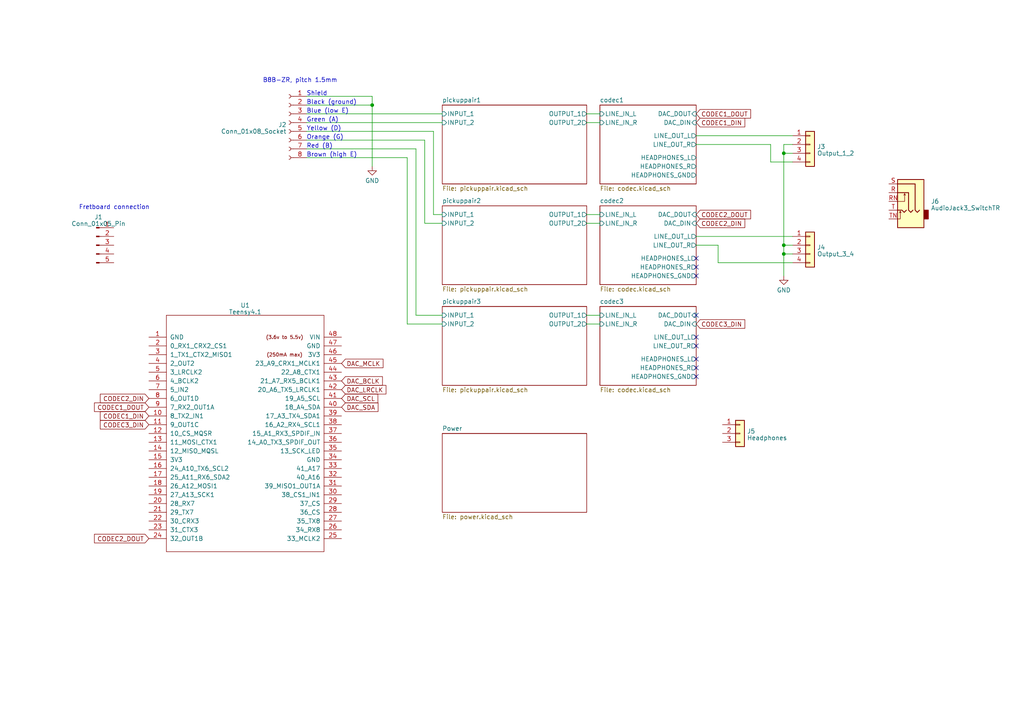
<source format=kicad_sch>
(kicad_sch (version 20230121) (generator eeschema)
  (paper "A4")
  (lib_symbols
    (symbol "Connector:Conn_01x05_Pin" (pin_names (offset 1.016) hide)
      (property "Reference" "J" (at 0 7.62 0))
      (property "Value" "Conn_01x05_Pin" (at 0 -7.62 0))
      (symbol "Conn_01x05_Pin_1_1"
        (polyline (pts (xy 1.27 -5.08) (xy 0.8636 -5.08)) (stroke (width 0.1524)))
        (polyline (pts (xy 1.27 -2.54) (xy 0.8636 -2.54)) (stroke (width 0.1524)))
        (polyline (pts (xy 1.27 0) (xy 0.8636 0)) (stroke (width 0.1524)))
        (polyline (pts (xy 1.27 2.54) (xy 0.8636 2.54)) (stroke (width 0.1524)))
        (polyline (pts (xy 1.27 5.08) (xy 0.8636 5.08)) (stroke (width 0.1524)))
        (rectangle (start 0.8636 -4.953) (end 0 -5.207) (stroke (width 0.1524)) (fill (type outline)))
        (rectangle (start 0.8636 -2.413) (end 0 -2.667) (stroke (width 0.1524)) (fill (type outline)))
        (rectangle (start 0.8636 0.127) (end 0 -0.127) (stroke (width 0.1524)) (fill (type outline)))
        (rectangle (start 0.8636 2.667) (end 0 2.413) (stroke (width 0.1524)) (fill (type outline)))
        (rectangle (start 0.8636 5.207) (end 0 4.953) (stroke (width 0.1524)) (fill (type outline)))
        (pin passive line (at 5.08 5.08 180) (length 3.81) (name "Pin_1") (number "1"))
        (pin passive line (at 5.08 2.54 180) (length 3.81) (name "Pin_2") (number "2"))
        (pin passive line (at 5.08 0 180) (length 3.81) (name "Pin_3") (number "3"))
        (pin passive line (at 5.08 -2.54 180) (length 3.81) (name "Pin_4") (number "4"))
        (pin passive line (at 5.08 -5.08 180) (length 3.81) (name "Pin_5") (number "5"))
      )
    )
    (symbol "Connector:Conn_01x08_Socket" (pin_names (offset 1.016) hide)
      (property "Reference" "J" (at 0 10.16 0))
      (property "Value" "Conn_01x08_Socket" (at 0 -12.7 0))
      (symbol "Conn_01x08_Socket_1_1"
        (arc (start 0 -9.652) (mid -0.5058 -10.16) (end 0 -10.668) (stroke (width 0.1524)))
        (arc (start 0 -7.112) (mid -0.5058 -7.62) (end 0 -8.128) (stroke (width 0.1524)))
        (arc (start 0 -4.572) (mid -0.5058 -5.08) (end 0 -5.588) (stroke (width 0.1524)))
        (arc (start 0 -2.032) (mid -0.5058 -2.54) (end 0 -3.048) (stroke (width 0.1524)))
        (polyline (pts (xy -1.27 -10.16) (xy -0.508 -10.16)) (stroke (width 0.1524)))
        (polyline (pts (xy -1.27 -7.62) (xy -0.508 -7.62)) (stroke (width 0.1524)))
        (polyline (pts (xy -1.27 -5.08) (xy -0.508 -5.08)) (stroke (width 0.1524)))
        (polyline (pts (xy -1.27 -2.54) (xy -0.508 -2.54)) (stroke (width 0.1524)))
        (polyline (pts (xy -1.27 0) (xy -0.508 0)) (stroke (width 0.1524)))
        (polyline (pts (xy -1.27 2.54) (xy -0.508 2.54)) (stroke (width 0.1524)))
        (polyline (pts (xy -1.27 5.08) (xy -0.508 5.08)) (stroke (width 0.1524)))
        (polyline (pts (xy -1.27 7.62) (xy -0.508 7.62)) (stroke (width 0.1524)))
        (arc (start 0 0.508) (mid -0.5058 0) (end 0 -0.508) (stroke (width 0.1524)))
        (arc (start 0 3.048) (mid -0.5058 2.54) (end 0 2.032) (stroke (width 0.1524)))
        (arc (start 0 5.588) (mid -0.5058 5.08) (end 0 4.572) (stroke (width 0.1524)))
        (arc (start 0 8.128) (mid -0.5058 7.62) (end 0 7.112) (stroke (width 0.1524)))
        (pin passive line (at -5.08 7.62 0) (length 3.81) (name "Pin_1") (number "1"))
        (pin passive line (at -5.08 5.08 0) (length 3.81) (name "Pin_2") (number "2"))
        (pin passive line (at -5.08 2.54 0) (length 3.81) (name "Pin_3") (number "3"))
        (pin passive line (at -5.08 0 0) (length 3.81) (name "Pin_4") (number "4"))
        (pin passive line (at -5.08 -2.54 0) (length 3.81) (name "Pin_5") (number "5"))
        (pin passive line (at -5.08 -5.08 0) (length 3.81) (name "Pin_6") (number "6"))
        (pin passive line (at -5.08 -7.62 0) (length 3.81) (name "Pin_7") (number "7"))
        (pin passive line (at -5.08 -10.16 0) (length 3.81) (name "Pin_8") (number "8"))
      )
    )
    (symbol "Connector_Audio:AudioJack3_SwitchTR"
      (property "Reference" "J" (at 0 8.89 0))
      (property "Value" "AudioJack3_SwitchTR" (at 0 6.35 0))
      (symbol "AudioJack3_SwitchTR_0_1"
        (rectangle (start -5.08 -5.08) (end -6.35 -7.62) (stroke (width 0.254)) (fill (type outline)))
        (polyline (pts (xy 0.508 -0.254) (xy 0.762 -0.762)))
        (polyline (pts (xy 1.778 -5.334) (xy 2.032 -5.842)))
        (polyline (pts (xy 0 -5.08) (xy 0.635 -5.715) (xy 1.27 -5.08) (xy 2.54 -5.08)) (stroke (width 0.254)))
        (polyline (pts (xy 2.54 -7.62) (xy 1.778 -7.62) (xy 1.778 -5.334) (xy 1.524 -5.842)))
        (polyline (pts (xy 2.54 -2.54) (xy 0.508 -2.54) (xy 0.508 -0.254) (xy 0.254 -0.762)))
        (polyline (pts (xy -1.905 -5.08) (xy -1.27 -5.715) (xy -0.635 -5.08) (xy -0.635 0) (xy 2.54 0)) (stroke (width 0.254)))
        (polyline (pts (xy 2.54 2.54) (xy -2.54 2.54) (xy -2.54 -5.08) (xy -3.175 -5.715) (xy -3.81 -5.08)) (stroke (width 0.254)))
        (rectangle (start 2.54 3.81) (end -5.08 -10.16) (stroke (width 0.254)) (fill (type background)))
      )
      (symbol "AudioJack3_SwitchTR_1_1"
        (pin passive line (at 5.08 0 180) (length 2.54) (name "~") (number "R"))
        (pin passive line (at 5.08 -2.54 180) (length 2.54) (name "~") (number "RN"))
        (pin passive line (at 5.08 2.54 180) (length 2.54) (name "~") (number "S"))
        (pin passive line (at 5.08 -5.08 180) (length 2.54) (name "~") (number "T"))
        (pin passive line (at 5.08 -7.62 180) (length 2.54) (name "~") (number "TN"))
      )
    )
    (symbol "Connector_Generic:Conn_01x03" (pin_names (offset 1.016) hide)
      (property "Reference" "J" (at 0 5.08 0))
      (property "Value" "Conn_01x03" (at 0 -5.08 0))
      (symbol "Conn_01x03_1_1"
        (rectangle (start -1.27 -2.413) (end 0 -2.667) (stroke (width 0.1524)))
        (rectangle (start -1.27 0.127) (end 0 -0.127) (stroke (width 0.1524)))
        (rectangle (start -1.27 2.667) (end 0 2.413) (stroke (width 0.1524)))
        (rectangle (start -1.27 3.81) (end 1.27 -3.81) (stroke (width 0.254)) (fill (type background)))
        (pin passive line (at -5.08 2.54 0) (length 3.81) (name "Pin_1") (number "1"))
        (pin passive line (at -5.08 0 0) (length 3.81) (name "Pin_2") (number "2"))
        (pin passive line (at -5.08 -2.54 0) (length 3.81) (name "Pin_3") (number "3"))
      )
    )
    (symbol "Connector_Generic:Conn_01x04" (pin_names (offset 1.016) hide)
      (property "Reference" "J" (at 0 5.08 0))
      (property "Value" "Conn_01x04" (at 0 -7.62 0))
      (symbol "Conn_01x04_1_1"
        (rectangle (start -1.27 -4.953) (end 0 -5.207) (stroke (width 0.1524)))
        (rectangle (start -1.27 -2.413) (end 0 -2.667) (stroke (width 0.1524)))
        (rectangle (start -1.27 0.127) (end 0 -0.127) (stroke (width 0.1524)))
        (rectangle (start -1.27 2.667) (end 0 2.413) (stroke (width 0.1524)))
        (rectangle (start -1.27 3.81) (end 1.27 -6.35) (stroke (width 0.254)) (fill (type background)))
        (pin passive line (at -5.08 2.54 0) (length 3.81) (name "Pin_1") (number "1"))
        (pin passive line (at -5.08 0 0) (length 3.81) (name "Pin_2") (number "2"))
        (pin passive line (at -5.08 -2.54 0) (length 3.81) (name "Pin_3") (number "3"))
        (pin passive line (at -5.08 -5.08 0) (length 3.81) (name "Pin_4") (number "4"))
      )
    )
    (symbol "bjarkarbody:Teensy4.1_simplified" (pin_names (offset 1.016))
      (property "Reference" "U" (at 0 64.77 0))
      (property "Value" "Teensy4.1" (at 0 62.23 0))
      (symbol "Teensy4.1_simplified_0_0"
        (text "(250mA max)" (at 11.43 49.53 0) (effects (font (size 1.016 1.016))))
        (text "(3.6v to 5.5v)" (at 11.43 54.61 0) (effects (font (size 1.016 1.016))))
        (pin bidirectional line (at -27.94 31.75 0) (length 5.08) (name "8_TX2_IN1") (number "10"))
        (pin bidirectional line (at -27.94 29.21 0) (length 5.08) (name "9_OUT1C") (number "11"))
        (pin bidirectional line (at -27.94 26.67 0) (length 5.08) (name "10_CS_MQSR") (number "12"))
        (pin bidirectional line (at -27.94 24.13 0) (length 5.08) (name "11_MOSI_CTX1") (number "13"))
        (pin bidirectional line (at -27.94 21.59 0) (length 5.08) (name "12_MISO_MQSL") (number "14"))
        (pin bidirectional line (at -27.94 16.51 0) (length 5.08) (name "24_A10_TX6_SCL2") (number "16"))
        (pin bidirectional line (at -27.94 13.97 0) (length 5.08) (name "25_A11_RX6_SDA2") (number "17"))
        (pin bidirectional line (at -27.94 11.43 0) (length 5.08) (name "26_A12_MOSI1") (number "18"))
        (pin bidirectional line (at -27.94 8.89 0) (length 5.08) (name "27_A13_SCK1") (number "19"))
        (pin bidirectional line (at -27.94 6.35 0) (length 5.08) (name "28_RX7") (number "20"))
        (pin bidirectional line (at -27.94 3.81 0) (length 5.08) (name "29_TX7") (number "21"))
        (pin bidirectional line (at -27.94 1.27 0) (length 5.08) (name "30_CRX3") (number "22"))
        (pin bidirectional line (at -27.94 -1.27 0) (length 5.08) (name "31_CTX3") (number "23"))
        (pin bidirectional line (at -27.94 -3.81 0) (length 5.08) (name "32_OUT1B") (number "24"))
        (pin bidirectional line (at 27.94 -3.81 180) (length 5.08) (name "33_MCLK2") (number "25"))
        (pin bidirectional line (at 27.94 -1.27 180) (length 5.08) (name "34_RX8") (number "26"))
        (pin bidirectional line (at 27.94 1.27 180) (length 5.08) (name "35_TX8") (number "27"))
        (pin bidirectional line (at 27.94 3.81 180) (length 5.08) (name "36_CS") (number "28"))
        (pin bidirectional line (at 27.94 6.35 180) (length 5.08) (name "37_CS") (number "29"))
        (pin bidirectional line (at 27.94 8.89 180) (length 5.08) (name "38_CS1_IN1") (number "30"))
        (pin bidirectional line (at 27.94 11.43 180) (length 5.08) (name "39_MISO1_OUT1A") (number "31"))
        (pin bidirectional line (at 27.94 13.97 180) (length 5.08) (name "40_A16") (number "32"))
        (pin bidirectional line (at 27.94 16.51 180) (length 5.08) (name "41_A17") (number "33"))
        (pin bidirectional line (at 27.94 21.59 180) (length 5.08) (name "13_SCK_LED") (number "35"))
        (pin bidirectional line (at 27.94 24.13 180) (length 5.08) (name "14_A0_TX3_SPDIF_OUT") (number "36"))
        (pin bidirectional line (at 27.94 26.67 180) (length 5.08) (name "15_A1_RX3_SPDIF_IN") (number "37"))
        (pin bidirectional line (at 27.94 29.21 180) (length 5.08) (name "16_A2_RX4_SCL1") (number "38"))
        (pin bidirectional line (at 27.94 31.75 180) (length 5.08) (name "17_A3_TX4_SDA1") (number "39"))
        (pin bidirectional line (at 27.94 34.29 180) (length 5.08) (name "18_A4_SDA") (number "40"))
        (pin bidirectional line (at 27.94 36.83 180) (length 5.08) (name "19_A5_SCL") (number "41"))
        (pin bidirectional line (at 27.94 39.37 180) (length 5.08) (name "20_A6_TX5_LRCLK1") (number "42"))
        (pin bidirectional line (at 27.94 41.91 180) (length 5.08) (name "21_A7_RX5_BCLK1") (number "43"))
        (pin bidirectional line (at 27.94 44.45 180) (length 5.08) (name "22_A8_CTX1") (number "44"))
        (pin bidirectional line (at 27.94 46.99 180) (length 5.08) (name "23_A9_CRX1_MCLK1") (number "45"))
        (pin power_in line (at 27.94 54.61 180) (length 5.08) (name "VIN") (number "48"))
        (pin bidirectional line (at -27.94 44.45 0) (length 5.08) (name "3_LRCLK2") (number "5"))
        (pin bidirectional line (at -27.94 41.91 0) (length 5.08) (name "4_BCLK2") (number "6"))
        (pin bidirectional line (at -27.94 39.37 0) (length 5.08) (name "5_IN2") (number "7"))
        (pin bidirectional line (at -27.94 36.83 0) (length 5.08) (name "6_OUT1D") (number "8"))
        (pin bidirectional line (at -27.94 34.29 0) (length 5.08) (name "7_RX2_OUT1A") (number "9"))
      )
      (symbol "Teensy4.1_simplified_0_1"
        (rectangle (start -22.86 60.96) (end 22.86 -7.62))
        (rectangle (start -20.32 -1.27) (end -20.32 -1.27))
      )
      (symbol "Teensy4.1_simplified_1_0"
        (pin power_in line (at -27.94 19.05 0) (length 5.08) (name "3V3") (number "15"))
        (pin power_out line (at 27.94 49.53 180) (length 5.08) (name "3V3") (number "46"))
        (pin power_in line (at 27.94 52.07 180) (length 5.08) (name "GND") (number "47"))
      )
      (symbol "Teensy4.1_simplified_1_1"
        (pin power_in line (at -27.94 54.61 0) (length 5.08) (name "GND") (number "1"))
        (pin bidirectional line (at -27.94 52.07 0) (length 5.08) (name "0_RX1_CRX2_CS1") (number "2"))
        (pin bidirectional line (at -27.94 49.53 0) (length 5.08) (name "1_TX1_CTX2_MISO1") (number "3"))
        (pin power_in line (at 27.94 19.05 180) (length 5.08) (name "GND") (number "34"))
        (pin bidirectional line (at -27.94 46.99 0) (length 5.08) (name "2_OUT2") (number "4"))
      )
    )
    (symbol "power:GND" (power) (pin_names (offset 0))
      (property "Value" "GND" (at 0 -3.81 0))
      (symbol "GND_0_1"
        (polyline (pts (xy 0 0) (xy 0 -1.27) (xy 1.27 -1.27) (xy 0 -2.54) (xy -1.27 -1.27) (xy 0 -1.27)))
      )
      (symbol "GND_1_1"
        (pin power_in line (at 0 0 270) (length 0) hide (name "GND") (number "1"))
      )
    )
  )
  (junction (at 107.95 30.48))
  (junction (at 227.33 44.45))
  (junction (at 227.33 71.12))
  (junction (at 227.33 73.66))
  (no_connect (at 201.93 74.93))
  (no_connect (at 201.93 80.01))
  (no_connect (at 201.93 77.47))
  (no_connect (at 201.93 97.79))
  (no_connect (at 201.93 104.14))
  (no_connect (at 201.93 100.33))
  (no_connect (at 201.93 91.44))
  (no_connect (at 201.93 109.22))
  (no_connect (at 201.93 106.68))
  (wire (pts (xy 88.9 40.64) (xy 123.19 40.64)))
  (wire (pts (xy 227.33 73.66) (xy 229.87 73.66)))
  (wire (pts (xy 120.65 91.44) (xy 128.27 91.44)))
  (wire (pts (xy 208.28 71.12) (xy 208.28 76.2)))
  (wire (pts (xy 201.93 68.58) (xy 229.87 68.58)))
  (wire (pts (xy 107.95 27.94) (xy 107.95 30.48)))
  (wire (pts (xy 227.33 44.45) (xy 227.33 71.12)))
  (wire (pts (xy 88.9 33.02) (xy 128.27 33.02)))
  (wire (pts (xy 227.33 73.66) (xy 227.33 80.01)))
  (wire (pts (xy 123.19 40.64) (xy 123.19 64.77)))
  (wire (pts (xy 170.18 35.56) (xy 173.99 35.56)))
  (wire (pts (xy 170.18 64.77) (xy 173.99 64.77)))
  (wire (pts (xy 227.33 41.91) (xy 227.33 44.45)))
  (wire (pts (xy 170.18 91.44) (xy 173.99 91.44)))
  (wire (pts (xy 170.18 62.23) (xy 173.99 62.23)))
  (wire (pts (xy 88.9 30.48) (xy 107.95 30.48)))
  (wire (pts (xy 208.28 76.2) (xy 229.87 76.2)))
  (wire (pts (xy 170.18 93.98) (xy 173.99 93.98)))
  (wire (pts (xy 223.52 46.99) (xy 229.87 46.99)))
  (wire (pts (xy 227.33 44.45) (xy 229.87 44.45)))
  (wire (pts (xy 125.73 62.23) (xy 128.27 62.23)))
  (wire (pts (xy 120.65 43.18) (xy 120.65 91.44)))
  (wire (pts (xy 227.33 71.12) (xy 227.33 73.66)))
  (wire (pts (xy 88.9 35.56) (xy 128.27 35.56)))
  (wire (pts (xy 88.9 43.18) (xy 120.65 43.18)))
  (wire (pts (xy 201.93 41.91) (xy 223.52 41.91)))
  (wire (pts (xy 123.19 64.77) (xy 128.27 64.77)))
  (wire (pts (xy 88.9 45.72) (xy 118.11 45.72)))
  (wire (pts (xy 118.11 93.98) (xy 128.27 93.98)))
  (wire (pts (xy 88.9 38.1) (xy 125.73 38.1)))
  (wire (pts (xy 125.73 38.1) (xy 125.73 62.23)))
  (wire (pts (xy 170.18 33.02) (xy 173.99 33.02)))
  (wire (pts (xy 118.11 45.72) (xy 118.11 93.98)))
  (wire (pts (xy 88.9 27.94) (xy 107.95 27.94)))
  (wire (pts (xy 223.52 41.91) (xy 223.52 46.99)))
  (wire (pts (xy 229.87 41.91) (xy 227.33 41.91)))
  (wire (pts (xy 201.93 39.37) (xy 229.87 39.37)))
  (wire (pts (xy 227.33 71.12) (xy 229.87 71.12)))
  (wire (pts (xy 107.95 30.48) (xy 107.95 48.26)))
  (wire (pts (xy 201.93 71.12) (xy 208.28 71.12)))
  (text "Yellow (D)" (at 88.9 38.1 0) (effects (font (size 1.27 1.27)) (justify left bottom)))
  (text "Shield" (at 88.9 27.94 0) (effects (font (size 1.27 1.27)) (justify left bottom)))
  (text "Red (B)" (at 88.9 43.18 0) (effects (font (size 1.27 1.27)) (justify left bottom)))
  (text "Blue (low E)" (at 88.9 33.02 0) (effects (font (size 1.27 1.27)) (justify left bottom)))
  (text "Brown (high E)" (at 88.9 45.72 0) (effects (font (size 1.27 1.27)) (justify left bottom)))
  (text "B8B-ZR, pitch 1.5mm" (at 76.2 24.13 0) (effects (font (size 1.27 1.27)) (justify left bottom)))
  (text "Fretboard connection" (at 22.86 60.96 0) (effects (font (size 1.27 1.27)) (justify left bottom)))
  (text "Black (ground)" (at 88.9 30.48 0) (effects (font (size 1.27 1.27)) (justify left bottom)))
  (text "Green (A)" (at 88.9 35.56 0) (effects (font (size 1.27 1.27)) (justify left bottom)))
  (text "Orange (G)" (at 88.9 40.64 0) (effects (font (size 1.27 1.27)) (justify left bottom)))
  (global_label "CODEC2_DOUT" (shape input) (at 201.93 62.23 0) (property "Intersheetrefs" "${INTERSHEET_REFS}" (effects hide)))
  (global_label "DAC_SCL" (shape input) (at 99.06 115.57 0) (property "Intersheetrefs" "${INTERSHEET_REFS}" (effects hide)))
  (global_label "CODEC2_DIN" (shape input) (at 43.18 115.57 180) (property "Intersheetrefs" "${INTERSHEET_REFS}" (effects hide)))
  (global_label "CODEC3_DIN" (shape input) (at 43.18 123.19 180) (property "Intersheetrefs" "${INTERSHEET_REFS}" (effects hide)))
  (global_label "DAC_SDA" (shape input) (at 99.06 118.11 0) (property "Intersheetrefs" "${INTERSHEET_REFS}" (effects hide)))
  (global_label "CODEC1_DOUT" (shape input) (at 201.93 33.02 0) (property "Intersheetrefs" "${INTERSHEET_REFS}" (effects hide)))
  (global_label "DAC_MCLK" (shape input) (at 99.06 105.41 0) (property "Intersheetrefs" "${INTERSHEET_REFS}" (effects hide)))
  (global_label "DAC_BCLK" (shape input) (at 99.06 110.49 0) (property "Intersheetrefs" "${INTERSHEET_REFS}" (effects hide)))
  (global_label "CODEC1_DOUT" (shape input) (at 43.18 118.11 180) (property "Intersheetrefs" "${INTERSHEET_REFS}" (effects hide)))
  (global_label "DAC_LRCLK" (shape input) (at 99.06 113.03 0) (property "Intersheetrefs" "${INTERSHEET_REFS}" (effects hide)))
  (global_label "CODEC3_DIN" (shape input) (at 201.93 93.98 0) (property "Intersheetrefs" "${INTERSHEET_REFS}" (effects hide)))
  (global_label "CODEC1_DIN" (shape input) (at 43.18 120.65 180) (property "Intersheetrefs" "${INTERSHEET_REFS}" (effects hide)))
  (global_label "CODEC2_DIN" (shape input) (at 201.93 64.77 0) (property "Intersheetrefs" "${INTERSHEET_REFS}" (effects hide)))
  (global_label "CODEC1_DIN" (shape input) (at 201.93 35.56 0) (property "Intersheetrefs" "${INTERSHEET_REFS}" (effects hide)))
  (global_label "CODEC2_DOUT" (shape input) (at 43.18 156.21 180) (property "Intersheetrefs" "${INTERSHEET_REFS}" (effects hide)))
  (symbol (lib_id "Connector_Generic:Conn_01x04") (at 234.95 41.91 0) (unit 1)
    (property "Reference" "J3" (at 236.982 42.5363 0) (effects (justify left)))
    (property "Value" "Output_1_2" (at 236.982 44.4573 0) (effects (justify left)))
    (property "Footprint" "Connector_PinHeader_2.54mm:PinHeader_1x04_P2.54mm_Vertical" (effects hide))
  )
  (symbol (lib_id "Connector_Generic:Conn_01x03") (at 214.63 125.73 0) (unit 1)
    (property "Reference" "J5" (at 216.662 125.0863 0) (effects (justify left)))
    (property "Value" "Headphones" (at 216.662 127.0073 0) (effects (justify left)))
    (property "Footprint" "Connector_PinHeader_2.54mm:PinHeader_1x03_P2.54mm_Vertical" (effects hide))
  )
  (symbol (lib_id "power:GND") (at 107.95 48.26 0) (unit 1)
    (property "Reference" "#PWR01" (effects hide))
    (property "Value" "GND" (at 107.95 52.3955 0))
  )
  (symbol (lib_id "Connector_Audio:AudioJack3_SwitchTR") (at 262.89 55.88 0) (mirror y) (unit 1)
    (property "Reference" "J6" (at 270.002 58.4113 0) (effects (justify right)))
    (property "Value" "AudioJack3_SwitchTR" (at 270.002 60.3323 0) (effects (justify right)))
  )
  (symbol (lib_id "Connector:Conn_01x05_Pin") (at 27.94 71.12 0) (unit 1)
    (property "Reference" "J1" (at 28.575 62.9539 0))
    (property "Value" "Conn_01x05_Pin" (at 28.575 64.8749 0))
    (property "Footprint" "Connector_PinHeader_2.54mm:PinHeader_1x05_P2.54mm_Horizontal" (effects hide))
  )
  (symbol (lib_id "Connector_Generic:Conn_01x04") (at 234.95 71.12 0) (unit 1)
    (property "Reference" "J4" (at 236.982 71.7463 0) (effects (justify left)))
    (property "Value" "Output_3_4" (at 236.982 73.6673 0) (effects (justify left)))
    (property "Footprint" "Connector_PinHeader_2.54mm:PinHeader_1x04_P2.54mm_Vertical" (effects hide))
  )
  (symbol (lib_id "bjarkarbody:Teensy4.1_simplified") (at 71.12 152.4 0) (unit 1)
    (property "Reference" "U1" (at 71.12 88.5571 0))
    (property "Value" "Teensy4.1" (at 71.12 90.4781 0))
    (property "Footprint" "bjarkarbody:Teensy41_breakout" (effects hide))
  )
  (symbol (lib_id "power:GND") (at 227.33 80.01 0) (unit 1)
    (property "Reference" "#PWR02" (effects hide))
    (property "Value" "GND" (at 227.33 84.1455 0))
  )
  (symbol (lib_id "Connector:Conn_01x08_Socket") (at 83.82 35.56 0) (mirror y) (unit 1)
    (property "Reference" "J2" (at 83.1088 36.1863 0) (effects (justify left)))
    (property "Value" "Conn_01x08_Socket" (at 83.1088 38.1073 0) (effects (justify left)))
    (property "Footprint" "Connector_Wuerth:Wuerth_WR-WTB_64800811622_1x08_P1.50mm_Vertical" (effects hide))
  )
  (sheet (at 173.99 30.48) (size 27.94 22.86) (stroke (width 0.1524))
    (property "Sheetname" "codec1" (at 173.99 29.7684 0) (effects (justify left bottom)))
    (property "Sheetfile" "codec.kicad_sch" (at 173.99 53.9246 0) (effects (justify left top)))
    (pin "LINE_IN_L" input (at 173.99 33.02 180))
    (pin "DAC_DOUT" input (at 201.93 33.02 0))
    (pin "DAC_DIN" input (at 201.93 35.56 0))
    (pin "LINE_IN_R" input (at 173.99 35.56 180))
    (pin "LINE_OUT_R" output (at 201.93 41.91 0))
    (pin "LINE_OUT_L" output (at 201.93 39.37 0))
    (pin "HEADPHONES_L" output (at 201.93 45.72 0))
    (pin "HEADPHONES_R" output (at 201.93 48.26 0))
    (pin "HEADPHONES_GND" output (at 201.93 50.8 0))
  )
  (sheet (at 128.27 125.73) (size 41.91 22.86) (stroke (width 0.1524))
    (property "Sheetname" "Power" (at 128.27 125.0184 0) (effects (justify left bottom)))
    (property "Sheetfile" "power.kicad_sch" (at 128.27 149.1746 0) (effects (justify left top)))
  )
  (sheet (at 173.99 59.69) (size 27.94 22.86) (stroke (width 0.1524))
    (property "Sheetname" "codec2" (at 173.99 58.9784 0) (effects (justify left bottom)))
    (property "Sheetfile" "codec.kicad_sch" (at 173.99 83.1346 0) (effects (justify left top)))
    (pin "DAC_DOUT" input (at 201.93 62.23 0))
    (pin "DAC_DIN" input (at 201.93 64.77 0))
    (pin "LINE_IN_R" input (at 173.99 64.77 180))
    (pin "LINE_IN_L" input (at 173.99 62.23 180))
    (pin "LINE_OUT_R" output (at 201.93 71.12 0))
    (pin "LINE_OUT_L" output (at 201.93 68.58 0))
    (pin "HEADPHONES_L" output (at 201.93 74.93 0))
    (pin "HEADPHONES_R" output (at 201.93 77.47 0))
    (pin "HEADPHONES_GND" output (at 201.93 80.01 0))
  )
  (sheet (at 173.99 88.9) (size 27.94 22.86) (stroke (width 0.1524))
    (property "Sheetname" "codec3" (at 173.99 88.1884 0) (effects (justify left bottom)))
    (property "Sheetfile" "codec.kicad_sch" (at 173.99 112.3446 0) (effects (justify left top)))
    (pin "DAC_DOUT" input (at 201.93 91.44 0))
    (pin "DAC_DIN" input (at 201.93 93.98 0))
    (pin "LINE_IN_R" input (at 173.99 93.98 180))
    (pin "LINE_IN_L" input (at 173.99 91.44 180))
    (pin "LINE_OUT_R" output (at 201.93 100.33 0))
    (pin "LINE_OUT_L" output (at 201.93 97.79 0))
    (pin "HEADPHONES_L" output (at 201.93 104.14 0))
    (pin "HEADPHONES_R" output (at 201.93 106.68 0))
    (pin "HEADPHONES_GND" output (at 201.93 109.22 0))
  )
  (sheet (at 128.27 30.48) (size 41.91 22.86) (stroke (width 0.1524))
    (property "Sheetname" "pickuppair1" (at 128.27 29.7684 0) (effects (justify left bottom)))
    (property "Sheetfile" "pickuppair.kicad_sch" (at 128.27 53.9246 0) (effects (justify left top)))
    (pin "OUTPUT_1" output (at 170.18 33.02 0))
    (pin "OUTPUT_2" output (at 170.18 35.56 0))
    (pin "INPUT_1" input (at 128.27 33.02 180))
    (pin "INPUT_2" input (at 128.27 35.56 180))
  )
  (sheet (at 128.27 88.9) (size 41.91 22.86) (stroke (width 0.1524))
    (property "Sheetname" "pickuppair3" (at 128.27 88.1884 0) (effects (justify left bottom)))
    (property "Sheetfile" "pickuppair.kicad_sch" (at 128.27 112.3446 0) (effects (justify left top)))
    (pin "OUTPUT_1" output (at 170.18 91.44 0))
    (pin "OUTPUT_2" output (at 170.18 93.98 0))
    (pin "INPUT_1" input (at 128.27 91.44 180))
    (pin "INPUT_2" input (at 128.27 93.98 180))
  )
  (sheet (at 128.27 59.69) (size 41.91 22.86) (stroke (width 0.1524))
    (property "Sheetname" "pickuppair2" (at 128.27 58.9784 0) (effects (justify left bottom)))
    (property "Sheetfile" "pickuppair.kicad_sch" (at 128.27 83.1346 0) (effects (justify left top)))
    (pin "OUTPUT_1" output (at 170.18 62.23 0))
    (pin "OUTPUT_2" output (at 170.18 64.77 0))
    (pin "INPUT_1" input (at 128.27 62.23 180))
    (pin "INPUT_2" input (at 128.27 64.77 180))
  )
)
</source>
